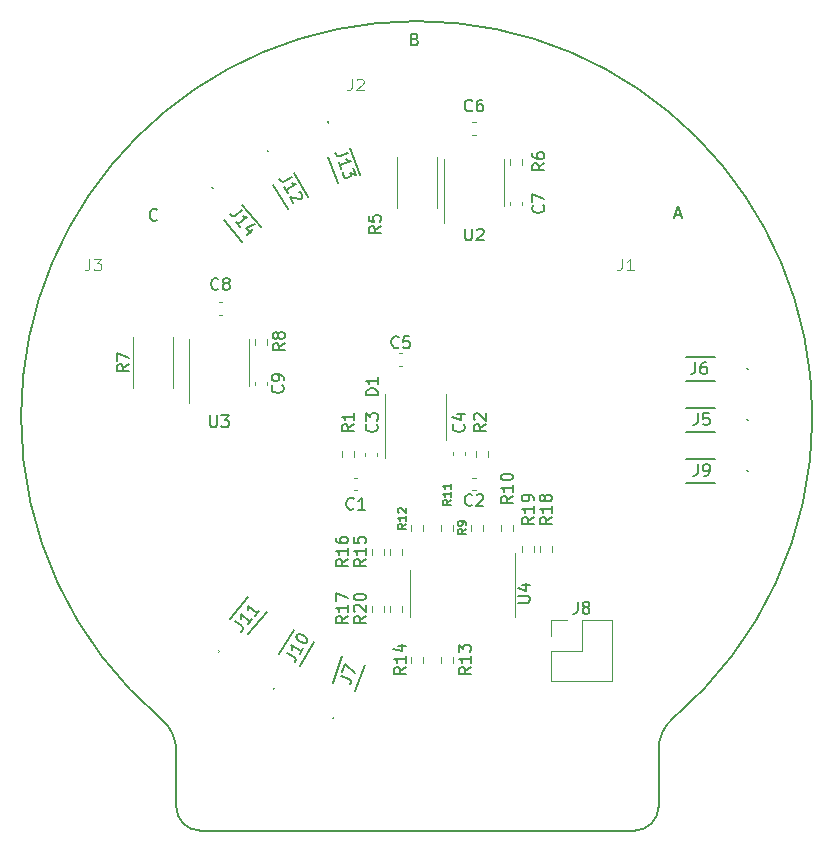
<source format=gbr>
%TF.GenerationSoftware,KiCad,Pcbnew,7.0.1*%
%TF.CreationDate,2023-12-23T17:04:28+03:00*%
%TF.ProjectId,_____ ________,1f3b3042-3020-4343-9042-47383a3e322e,rev?*%
%TF.SameCoordinates,Original*%
%TF.FileFunction,Legend,Top*%
%TF.FilePolarity,Positive*%
%FSLAX46Y46*%
G04 Gerber Fmt 4.6, Leading zero omitted, Abs format (unit mm)*
G04 Created by KiCad (PCBNEW 7.0.1) date 2023-12-23 17:04:28*
%MOMM*%
%LPD*%
G01*
G04 APERTURE LIST*
%ADD10C,0.150000*%
%ADD11C,0.100000*%
%ADD12C,0.120000*%
%ADD13C,0.200000*%
%TA.AperFunction,Profile*%
%ADD14C,0.200000*%
%TD*%
G04 APERTURE END LIST*
D10*
%TO.C,R5*%
X148798619Y-67222666D02*
X148322428Y-67555999D01*
X148798619Y-67794094D02*
X147798619Y-67794094D01*
X147798619Y-67794094D02*
X147798619Y-67413142D01*
X147798619Y-67413142D02*
X147846238Y-67317904D01*
X147846238Y-67317904D02*
X147893857Y-67270285D01*
X147893857Y-67270285D02*
X147989095Y-67222666D01*
X147989095Y-67222666D02*
X148131952Y-67222666D01*
X148131952Y-67222666D02*
X148227190Y-67270285D01*
X148227190Y-67270285D02*
X148274809Y-67317904D01*
X148274809Y-67317904D02*
X148322428Y-67413142D01*
X148322428Y-67413142D02*
X148322428Y-67794094D01*
X147798619Y-66317904D02*
X147798619Y-66794094D01*
X147798619Y-66794094D02*
X148274809Y-66841713D01*
X148274809Y-66841713D02*
X148227190Y-66794094D01*
X148227190Y-66794094D02*
X148179571Y-66698856D01*
X148179571Y-66698856D02*
X148179571Y-66460761D01*
X148179571Y-66460761D02*
X148227190Y-66365523D01*
X148227190Y-66365523D02*
X148274809Y-66317904D01*
X148274809Y-66317904D02*
X148370047Y-66270285D01*
X148370047Y-66270285D02*
X148608142Y-66270285D01*
X148608142Y-66270285D02*
X148703380Y-66317904D01*
X148703380Y-66317904D02*
X148751000Y-66365523D01*
X148751000Y-66365523D02*
X148798619Y-66460761D01*
X148798619Y-66460761D02*
X148798619Y-66698856D01*
X148798619Y-66698856D02*
X148751000Y-66794094D01*
X148751000Y-66794094D02*
X148703380Y-66841713D01*
%TO.C,R17*%
X146004619Y-100210857D02*
X145528428Y-100544190D01*
X146004619Y-100782285D02*
X145004619Y-100782285D01*
X145004619Y-100782285D02*
X145004619Y-100401333D01*
X145004619Y-100401333D02*
X145052238Y-100306095D01*
X145052238Y-100306095D02*
X145099857Y-100258476D01*
X145099857Y-100258476D02*
X145195095Y-100210857D01*
X145195095Y-100210857D02*
X145337952Y-100210857D01*
X145337952Y-100210857D02*
X145433190Y-100258476D01*
X145433190Y-100258476D02*
X145480809Y-100306095D01*
X145480809Y-100306095D02*
X145528428Y-100401333D01*
X145528428Y-100401333D02*
X145528428Y-100782285D01*
X146004619Y-99258476D02*
X146004619Y-99829904D01*
X146004619Y-99544190D02*
X145004619Y-99544190D01*
X145004619Y-99544190D02*
X145147476Y-99639428D01*
X145147476Y-99639428D02*
X145242714Y-99734666D01*
X145242714Y-99734666D02*
X145290333Y-99829904D01*
X145004619Y-98925142D02*
X145004619Y-98258476D01*
X145004619Y-98258476D02*
X146004619Y-98687047D01*
%TO.C,J13*%
X146024099Y-61031501D02*
X145352890Y-61275801D01*
X145352890Y-61275801D02*
X145202362Y-61279914D01*
X145202362Y-61279914D02*
X145080294Y-61222993D01*
X145080294Y-61222993D02*
X144986686Y-61105038D01*
X144986686Y-61105038D02*
X144954113Y-61015543D01*
X145426427Y-62313214D02*
X145230987Y-61776247D01*
X145328707Y-62044731D02*
X146268399Y-61702710D01*
X146268399Y-61702710D02*
X146101584Y-61662076D01*
X146101584Y-61662076D02*
X145979516Y-61605155D01*
X145979516Y-61605155D02*
X145902196Y-61531947D01*
X146480126Y-62284425D02*
X146691853Y-62866139D01*
X146691853Y-62866139D02*
X146219868Y-62683202D01*
X146219868Y-62683202D02*
X146268728Y-62817444D01*
X146268728Y-62817444D02*
X146256554Y-62923225D01*
X146256554Y-62923225D02*
X146228093Y-62984259D01*
X146228093Y-62984259D02*
X146154886Y-63061579D01*
X146154886Y-63061579D02*
X145931149Y-63143013D01*
X145931149Y-63143013D02*
X145825368Y-63130839D01*
X145825368Y-63130839D02*
X145764334Y-63102378D01*
X145764334Y-63102378D02*
X145687013Y-63029170D01*
X145687013Y-63029170D02*
X145589293Y-62760687D01*
X145589293Y-62760687D02*
X145601467Y-62654906D01*
X145601467Y-62654906D02*
X145629928Y-62593872D01*
%TO.C,C4*%
X155815380Y-83986666D02*
X155863000Y-84034285D01*
X155863000Y-84034285D02*
X155910619Y-84177142D01*
X155910619Y-84177142D02*
X155910619Y-84272380D01*
X155910619Y-84272380D02*
X155863000Y-84415237D01*
X155863000Y-84415237D02*
X155767761Y-84510475D01*
X155767761Y-84510475D02*
X155672523Y-84558094D01*
X155672523Y-84558094D02*
X155482047Y-84605713D01*
X155482047Y-84605713D02*
X155339190Y-84605713D01*
X155339190Y-84605713D02*
X155148714Y-84558094D01*
X155148714Y-84558094D02*
X155053476Y-84510475D01*
X155053476Y-84510475D02*
X154958238Y-84415237D01*
X154958238Y-84415237D02*
X154910619Y-84272380D01*
X154910619Y-84272380D02*
X154910619Y-84177142D01*
X154910619Y-84177142D02*
X154958238Y-84034285D01*
X154958238Y-84034285D02*
X155005857Y-83986666D01*
X155243952Y-83129523D02*
X155910619Y-83129523D01*
X154863000Y-83367618D02*
X155577285Y-83605713D01*
X155577285Y-83605713D02*
X155577285Y-82986666D01*
%TO.C,C8*%
X135061833Y-72505380D02*
X135014214Y-72553000D01*
X135014214Y-72553000D02*
X134871357Y-72600619D01*
X134871357Y-72600619D02*
X134776119Y-72600619D01*
X134776119Y-72600619D02*
X134633262Y-72553000D01*
X134633262Y-72553000D02*
X134538024Y-72457761D01*
X134538024Y-72457761D02*
X134490405Y-72362523D01*
X134490405Y-72362523D02*
X134442786Y-72172047D01*
X134442786Y-72172047D02*
X134442786Y-72029190D01*
X134442786Y-72029190D02*
X134490405Y-71838714D01*
X134490405Y-71838714D02*
X134538024Y-71743476D01*
X134538024Y-71743476D02*
X134633262Y-71648238D01*
X134633262Y-71648238D02*
X134776119Y-71600619D01*
X134776119Y-71600619D02*
X134871357Y-71600619D01*
X134871357Y-71600619D02*
X135014214Y-71648238D01*
X135014214Y-71648238D02*
X135061833Y-71695857D01*
X135633262Y-72029190D02*
X135538024Y-71981571D01*
X135538024Y-71981571D02*
X135490405Y-71933952D01*
X135490405Y-71933952D02*
X135442786Y-71838714D01*
X135442786Y-71838714D02*
X135442786Y-71791095D01*
X135442786Y-71791095D02*
X135490405Y-71695857D01*
X135490405Y-71695857D02*
X135538024Y-71648238D01*
X135538024Y-71648238D02*
X135633262Y-71600619D01*
X135633262Y-71600619D02*
X135823738Y-71600619D01*
X135823738Y-71600619D02*
X135918976Y-71648238D01*
X135918976Y-71648238D02*
X135966595Y-71695857D01*
X135966595Y-71695857D02*
X136014214Y-71791095D01*
X136014214Y-71791095D02*
X136014214Y-71838714D01*
X136014214Y-71838714D02*
X135966595Y-71933952D01*
X135966595Y-71933952D02*
X135918976Y-71981571D01*
X135918976Y-71981571D02*
X135823738Y-72029190D01*
X135823738Y-72029190D02*
X135633262Y-72029190D01*
X135633262Y-72029190D02*
X135538024Y-72076809D01*
X135538024Y-72076809D02*
X135490405Y-72124428D01*
X135490405Y-72124428D02*
X135442786Y-72219666D01*
X135442786Y-72219666D02*
X135442786Y-72410142D01*
X135442786Y-72410142D02*
X135490405Y-72505380D01*
X135490405Y-72505380D02*
X135538024Y-72553000D01*
X135538024Y-72553000D02*
X135633262Y-72600619D01*
X135633262Y-72600619D02*
X135823738Y-72600619D01*
X135823738Y-72600619D02*
X135918976Y-72553000D01*
X135918976Y-72553000D02*
X135966595Y-72505380D01*
X135966595Y-72505380D02*
X136014214Y-72410142D01*
X136014214Y-72410142D02*
X136014214Y-72219666D01*
X136014214Y-72219666D02*
X135966595Y-72124428D01*
X135966595Y-72124428D02*
X135918976Y-72076809D01*
X135918976Y-72076809D02*
X135823738Y-72029190D01*
D11*
%TO.C,J2*%
X146351666Y-54707619D02*
X146351666Y-55421904D01*
X146351666Y-55421904D02*
X146304047Y-55564761D01*
X146304047Y-55564761D02*
X146208809Y-55660000D01*
X146208809Y-55660000D02*
X146065952Y-55707619D01*
X146065952Y-55707619D02*
X145970714Y-55707619D01*
X146780238Y-54802857D02*
X146827857Y-54755238D01*
X146827857Y-54755238D02*
X146923095Y-54707619D01*
X146923095Y-54707619D02*
X147161190Y-54707619D01*
X147161190Y-54707619D02*
X147256428Y-54755238D01*
X147256428Y-54755238D02*
X147304047Y-54802857D01*
X147304047Y-54802857D02*
X147351666Y-54898095D01*
X147351666Y-54898095D02*
X147351666Y-54993333D01*
X147351666Y-54993333D02*
X147304047Y-55136190D01*
X147304047Y-55136190D02*
X146732619Y-55707619D01*
X146732619Y-55707619D02*
X147351666Y-55707619D01*
D10*
X151709428Y-51373809D02*
X151852285Y-51421428D01*
X151852285Y-51421428D02*
X151899904Y-51469047D01*
X151899904Y-51469047D02*
X151947523Y-51564285D01*
X151947523Y-51564285D02*
X151947523Y-51707142D01*
X151947523Y-51707142D02*
X151899904Y-51802380D01*
X151899904Y-51802380D02*
X151852285Y-51850000D01*
X151852285Y-51850000D02*
X151757047Y-51897619D01*
X151757047Y-51897619D02*
X151376095Y-51897619D01*
X151376095Y-51897619D02*
X151376095Y-50897619D01*
X151376095Y-50897619D02*
X151709428Y-50897619D01*
X151709428Y-50897619D02*
X151804666Y-50945238D01*
X151804666Y-50945238D02*
X151852285Y-50992857D01*
X151852285Y-50992857D02*
X151899904Y-51088095D01*
X151899904Y-51088095D02*
X151899904Y-51183333D01*
X151899904Y-51183333D02*
X151852285Y-51278571D01*
X151852285Y-51278571D02*
X151804666Y-51326190D01*
X151804666Y-51326190D02*
X151709428Y-51373809D01*
X151709428Y-51373809D02*
X151376095Y-51373809D01*
%TO.C,C1*%
X146518333Y-91095380D02*
X146470714Y-91143000D01*
X146470714Y-91143000D02*
X146327857Y-91190619D01*
X146327857Y-91190619D02*
X146232619Y-91190619D01*
X146232619Y-91190619D02*
X146089762Y-91143000D01*
X146089762Y-91143000D02*
X145994524Y-91047761D01*
X145994524Y-91047761D02*
X145946905Y-90952523D01*
X145946905Y-90952523D02*
X145899286Y-90762047D01*
X145899286Y-90762047D02*
X145899286Y-90619190D01*
X145899286Y-90619190D02*
X145946905Y-90428714D01*
X145946905Y-90428714D02*
X145994524Y-90333476D01*
X145994524Y-90333476D02*
X146089762Y-90238238D01*
X146089762Y-90238238D02*
X146232619Y-90190619D01*
X146232619Y-90190619D02*
X146327857Y-90190619D01*
X146327857Y-90190619D02*
X146470714Y-90238238D01*
X146470714Y-90238238D02*
X146518333Y-90285857D01*
X147470714Y-91190619D02*
X146899286Y-91190619D01*
X147185000Y-91190619D02*
X147185000Y-90190619D01*
X147185000Y-90190619D02*
X147089762Y-90333476D01*
X147089762Y-90333476D02*
X146994524Y-90428714D01*
X146994524Y-90428714D02*
X146899286Y-90476333D01*
%TO.C,R12*%
X150945833Y-92398000D02*
X150612500Y-92631333D01*
X150945833Y-92798000D02*
X150245833Y-92798000D01*
X150245833Y-92798000D02*
X150245833Y-92531333D01*
X150245833Y-92531333D02*
X150279166Y-92464667D01*
X150279166Y-92464667D02*
X150312500Y-92431333D01*
X150312500Y-92431333D02*
X150379166Y-92398000D01*
X150379166Y-92398000D02*
X150479166Y-92398000D01*
X150479166Y-92398000D02*
X150545833Y-92431333D01*
X150545833Y-92431333D02*
X150579166Y-92464667D01*
X150579166Y-92464667D02*
X150612500Y-92531333D01*
X150612500Y-92531333D02*
X150612500Y-92798000D01*
X150945833Y-91731333D02*
X150945833Y-92131333D01*
X150945833Y-91931333D02*
X150245833Y-91931333D01*
X150245833Y-91931333D02*
X150345833Y-91998000D01*
X150345833Y-91998000D02*
X150412500Y-92064667D01*
X150412500Y-92064667D02*
X150445833Y-92131333D01*
X150312500Y-91464666D02*
X150279166Y-91431333D01*
X150279166Y-91431333D02*
X150245833Y-91364666D01*
X150245833Y-91364666D02*
X150245833Y-91198000D01*
X150245833Y-91198000D02*
X150279166Y-91131333D01*
X150279166Y-91131333D02*
X150312500Y-91098000D01*
X150312500Y-91098000D02*
X150379166Y-91064666D01*
X150379166Y-91064666D02*
X150445833Y-91064666D01*
X150445833Y-91064666D02*
X150545833Y-91098000D01*
X150545833Y-91098000D02*
X150945833Y-91498000D01*
X150945833Y-91498000D02*
X150945833Y-91064666D01*
%TO.C,R10*%
X159974619Y-90050857D02*
X159498428Y-90384190D01*
X159974619Y-90622285D02*
X158974619Y-90622285D01*
X158974619Y-90622285D02*
X158974619Y-90241333D01*
X158974619Y-90241333D02*
X159022238Y-90146095D01*
X159022238Y-90146095D02*
X159069857Y-90098476D01*
X159069857Y-90098476D02*
X159165095Y-90050857D01*
X159165095Y-90050857D02*
X159307952Y-90050857D01*
X159307952Y-90050857D02*
X159403190Y-90098476D01*
X159403190Y-90098476D02*
X159450809Y-90146095D01*
X159450809Y-90146095D02*
X159498428Y-90241333D01*
X159498428Y-90241333D02*
X159498428Y-90622285D01*
X159974619Y-89098476D02*
X159974619Y-89669904D01*
X159974619Y-89384190D02*
X158974619Y-89384190D01*
X158974619Y-89384190D02*
X159117476Y-89479428D01*
X159117476Y-89479428D02*
X159212714Y-89574666D01*
X159212714Y-89574666D02*
X159260333Y-89669904D01*
X158974619Y-88479428D02*
X158974619Y-88384190D01*
X158974619Y-88384190D02*
X159022238Y-88288952D01*
X159022238Y-88288952D02*
X159069857Y-88241333D01*
X159069857Y-88241333D02*
X159165095Y-88193714D01*
X159165095Y-88193714D02*
X159355571Y-88146095D01*
X159355571Y-88146095D02*
X159593666Y-88146095D01*
X159593666Y-88146095D02*
X159784142Y-88193714D01*
X159784142Y-88193714D02*
X159879380Y-88241333D01*
X159879380Y-88241333D02*
X159927000Y-88288952D01*
X159927000Y-88288952D02*
X159974619Y-88384190D01*
X159974619Y-88384190D02*
X159974619Y-88479428D01*
X159974619Y-88479428D02*
X159927000Y-88574666D01*
X159927000Y-88574666D02*
X159879380Y-88622285D01*
X159879380Y-88622285D02*
X159784142Y-88669904D01*
X159784142Y-88669904D02*
X159593666Y-88717523D01*
X159593666Y-88717523D02*
X159355571Y-88717523D01*
X159355571Y-88717523D02*
X159165095Y-88669904D01*
X159165095Y-88669904D02*
X159069857Y-88622285D01*
X159069857Y-88622285D02*
X159022238Y-88574666D01*
X159022238Y-88574666D02*
X158974619Y-88479428D01*
%TO.C,R8*%
X140670619Y-77128666D02*
X140194428Y-77461999D01*
X140670619Y-77700094D02*
X139670619Y-77700094D01*
X139670619Y-77700094D02*
X139670619Y-77319142D01*
X139670619Y-77319142D02*
X139718238Y-77223904D01*
X139718238Y-77223904D02*
X139765857Y-77176285D01*
X139765857Y-77176285D02*
X139861095Y-77128666D01*
X139861095Y-77128666D02*
X140003952Y-77128666D01*
X140003952Y-77128666D02*
X140099190Y-77176285D01*
X140099190Y-77176285D02*
X140146809Y-77223904D01*
X140146809Y-77223904D02*
X140194428Y-77319142D01*
X140194428Y-77319142D02*
X140194428Y-77700094D01*
X140099190Y-76557237D02*
X140051571Y-76652475D01*
X140051571Y-76652475D02*
X140003952Y-76700094D01*
X140003952Y-76700094D02*
X139908714Y-76747713D01*
X139908714Y-76747713D02*
X139861095Y-76747713D01*
X139861095Y-76747713D02*
X139765857Y-76700094D01*
X139765857Y-76700094D02*
X139718238Y-76652475D01*
X139718238Y-76652475D02*
X139670619Y-76557237D01*
X139670619Y-76557237D02*
X139670619Y-76366761D01*
X139670619Y-76366761D02*
X139718238Y-76271523D01*
X139718238Y-76271523D02*
X139765857Y-76223904D01*
X139765857Y-76223904D02*
X139861095Y-76176285D01*
X139861095Y-76176285D02*
X139908714Y-76176285D01*
X139908714Y-76176285D02*
X140003952Y-76223904D01*
X140003952Y-76223904D02*
X140051571Y-76271523D01*
X140051571Y-76271523D02*
X140099190Y-76366761D01*
X140099190Y-76366761D02*
X140099190Y-76557237D01*
X140099190Y-76557237D02*
X140146809Y-76652475D01*
X140146809Y-76652475D02*
X140194428Y-76700094D01*
X140194428Y-76700094D02*
X140289666Y-76747713D01*
X140289666Y-76747713D02*
X140480142Y-76747713D01*
X140480142Y-76747713D02*
X140575380Y-76700094D01*
X140575380Y-76700094D02*
X140623000Y-76652475D01*
X140623000Y-76652475D02*
X140670619Y-76557237D01*
X140670619Y-76557237D02*
X140670619Y-76366761D01*
X140670619Y-76366761D02*
X140623000Y-76271523D01*
X140623000Y-76271523D02*
X140575380Y-76223904D01*
X140575380Y-76223904D02*
X140480142Y-76176285D01*
X140480142Y-76176285D02*
X140289666Y-76176285D01*
X140289666Y-76176285D02*
X140194428Y-76223904D01*
X140194428Y-76223904D02*
X140146809Y-76271523D01*
X140146809Y-76271523D02*
X140099190Y-76366761D01*
D11*
%TO.C,J3*%
X124126666Y-69947619D02*
X124126666Y-70661904D01*
X124126666Y-70661904D02*
X124079047Y-70804761D01*
X124079047Y-70804761D02*
X123983809Y-70900000D01*
X123983809Y-70900000D02*
X123840952Y-70947619D01*
X123840952Y-70947619D02*
X123745714Y-70947619D01*
X124507619Y-69947619D02*
X125126666Y-69947619D01*
X125126666Y-69947619D02*
X124793333Y-70328571D01*
X124793333Y-70328571D02*
X124936190Y-70328571D01*
X124936190Y-70328571D02*
X125031428Y-70376190D01*
X125031428Y-70376190D02*
X125079047Y-70423809D01*
X125079047Y-70423809D02*
X125126666Y-70519047D01*
X125126666Y-70519047D02*
X125126666Y-70757142D01*
X125126666Y-70757142D02*
X125079047Y-70852380D01*
X125079047Y-70852380D02*
X125031428Y-70900000D01*
X125031428Y-70900000D02*
X124936190Y-70947619D01*
X124936190Y-70947619D02*
X124650476Y-70947619D01*
X124650476Y-70947619D02*
X124555238Y-70900000D01*
X124555238Y-70900000D02*
X124507619Y-70852380D01*
D10*
X129849523Y-66637380D02*
X129801904Y-66685000D01*
X129801904Y-66685000D02*
X129659047Y-66732619D01*
X129659047Y-66732619D02*
X129563809Y-66732619D01*
X129563809Y-66732619D02*
X129420952Y-66685000D01*
X129420952Y-66685000D02*
X129325714Y-66589761D01*
X129325714Y-66589761D02*
X129278095Y-66494523D01*
X129278095Y-66494523D02*
X129230476Y-66304047D01*
X129230476Y-66304047D02*
X129230476Y-66161190D01*
X129230476Y-66161190D02*
X129278095Y-65970714D01*
X129278095Y-65970714D02*
X129325714Y-65875476D01*
X129325714Y-65875476D02*
X129420952Y-65780238D01*
X129420952Y-65780238D02*
X129563809Y-65732619D01*
X129563809Y-65732619D02*
X129659047Y-65732619D01*
X129659047Y-65732619D02*
X129801904Y-65780238D01*
X129801904Y-65780238D02*
X129849523Y-65827857D01*
%TO.C,U2*%
X155956095Y-67407619D02*
X155956095Y-68217142D01*
X155956095Y-68217142D02*
X156003714Y-68312380D01*
X156003714Y-68312380D02*
X156051333Y-68360000D01*
X156051333Y-68360000D02*
X156146571Y-68407619D01*
X156146571Y-68407619D02*
X156337047Y-68407619D01*
X156337047Y-68407619D02*
X156432285Y-68360000D01*
X156432285Y-68360000D02*
X156479904Y-68312380D01*
X156479904Y-68312380D02*
X156527523Y-68217142D01*
X156527523Y-68217142D02*
X156527523Y-67407619D01*
X156956095Y-67502857D02*
X157003714Y-67455238D01*
X157003714Y-67455238D02*
X157098952Y-67407619D01*
X157098952Y-67407619D02*
X157337047Y-67407619D01*
X157337047Y-67407619D02*
X157432285Y-67455238D01*
X157432285Y-67455238D02*
X157479904Y-67502857D01*
X157479904Y-67502857D02*
X157527523Y-67598095D01*
X157527523Y-67598095D02*
X157527523Y-67693333D01*
X157527523Y-67693333D02*
X157479904Y-67836190D01*
X157479904Y-67836190D02*
X156908476Y-68407619D01*
X156908476Y-68407619D02*
X157527523Y-68407619D01*
%TO.C,R16*%
X146004619Y-95384857D02*
X145528428Y-95718190D01*
X146004619Y-95956285D02*
X145004619Y-95956285D01*
X145004619Y-95956285D02*
X145004619Y-95575333D01*
X145004619Y-95575333D02*
X145052238Y-95480095D01*
X145052238Y-95480095D02*
X145099857Y-95432476D01*
X145099857Y-95432476D02*
X145195095Y-95384857D01*
X145195095Y-95384857D02*
X145337952Y-95384857D01*
X145337952Y-95384857D02*
X145433190Y-95432476D01*
X145433190Y-95432476D02*
X145480809Y-95480095D01*
X145480809Y-95480095D02*
X145528428Y-95575333D01*
X145528428Y-95575333D02*
X145528428Y-95956285D01*
X146004619Y-94432476D02*
X146004619Y-95003904D01*
X146004619Y-94718190D02*
X145004619Y-94718190D01*
X145004619Y-94718190D02*
X145147476Y-94813428D01*
X145147476Y-94813428D02*
X145242714Y-94908666D01*
X145242714Y-94908666D02*
X145290333Y-95003904D01*
X145004619Y-93575333D02*
X145004619Y-93765809D01*
X145004619Y-93765809D02*
X145052238Y-93861047D01*
X145052238Y-93861047D02*
X145099857Y-93908666D01*
X145099857Y-93908666D02*
X145242714Y-94003904D01*
X145242714Y-94003904D02*
X145433190Y-94051523D01*
X145433190Y-94051523D02*
X145814142Y-94051523D01*
X145814142Y-94051523D02*
X145909380Y-94003904D01*
X145909380Y-94003904D02*
X145957000Y-93956285D01*
X145957000Y-93956285D02*
X146004619Y-93861047D01*
X146004619Y-93861047D02*
X146004619Y-93670571D01*
X146004619Y-93670571D02*
X145957000Y-93575333D01*
X145957000Y-93575333D02*
X145909380Y-93527714D01*
X145909380Y-93527714D02*
X145814142Y-93480095D01*
X145814142Y-93480095D02*
X145576047Y-93480095D01*
X145576047Y-93480095D02*
X145480809Y-93527714D01*
X145480809Y-93527714D02*
X145433190Y-93575333D01*
X145433190Y-93575333D02*
X145385571Y-93670571D01*
X145385571Y-93670571D02*
X145385571Y-93861047D01*
X145385571Y-93861047D02*
X145433190Y-93956285D01*
X145433190Y-93956285D02*
X145480809Y-94003904D01*
X145480809Y-94003904D02*
X145576047Y-94051523D01*
%TO.C,R20*%
X147528619Y-100210857D02*
X147052428Y-100544190D01*
X147528619Y-100782285D02*
X146528619Y-100782285D01*
X146528619Y-100782285D02*
X146528619Y-100401333D01*
X146528619Y-100401333D02*
X146576238Y-100306095D01*
X146576238Y-100306095D02*
X146623857Y-100258476D01*
X146623857Y-100258476D02*
X146719095Y-100210857D01*
X146719095Y-100210857D02*
X146861952Y-100210857D01*
X146861952Y-100210857D02*
X146957190Y-100258476D01*
X146957190Y-100258476D02*
X147004809Y-100306095D01*
X147004809Y-100306095D02*
X147052428Y-100401333D01*
X147052428Y-100401333D02*
X147052428Y-100782285D01*
X146623857Y-99829904D02*
X146576238Y-99782285D01*
X146576238Y-99782285D02*
X146528619Y-99687047D01*
X146528619Y-99687047D02*
X146528619Y-99448952D01*
X146528619Y-99448952D02*
X146576238Y-99353714D01*
X146576238Y-99353714D02*
X146623857Y-99306095D01*
X146623857Y-99306095D02*
X146719095Y-99258476D01*
X146719095Y-99258476D02*
X146814333Y-99258476D01*
X146814333Y-99258476D02*
X146957190Y-99306095D01*
X146957190Y-99306095D02*
X147528619Y-99877523D01*
X147528619Y-99877523D02*
X147528619Y-99258476D01*
X146528619Y-98639428D02*
X146528619Y-98544190D01*
X146528619Y-98544190D02*
X146576238Y-98448952D01*
X146576238Y-98448952D02*
X146623857Y-98401333D01*
X146623857Y-98401333D02*
X146719095Y-98353714D01*
X146719095Y-98353714D02*
X146909571Y-98306095D01*
X146909571Y-98306095D02*
X147147666Y-98306095D01*
X147147666Y-98306095D02*
X147338142Y-98353714D01*
X147338142Y-98353714D02*
X147433380Y-98401333D01*
X147433380Y-98401333D02*
X147481000Y-98448952D01*
X147481000Y-98448952D02*
X147528619Y-98544190D01*
X147528619Y-98544190D02*
X147528619Y-98639428D01*
X147528619Y-98639428D02*
X147481000Y-98734666D01*
X147481000Y-98734666D02*
X147433380Y-98782285D01*
X147433380Y-98782285D02*
X147338142Y-98829904D01*
X147338142Y-98829904D02*
X147147666Y-98877523D01*
X147147666Y-98877523D02*
X146909571Y-98877523D01*
X146909571Y-98877523D02*
X146719095Y-98829904D01*
X146719095Y-98829904D02*
X146623857Y-98782285D01*
X146623857Y-98782285D02*
X146576238Y-98734666D01*
X146576238Y-98734666D02*
X146528619Y-98639428D01*
%TO.C,R11*%
X154755833Y-90366000D02*
X154422500Y-90599333D01*
X154755833Y-90766000D02*
X154055833Y-90766000D01*
X154055833Y-90766000D02*
X154055833Y-90499333D01*
X154055833Y-90499333D02*
X154089166Y-90432667D01*
X154089166Y-90432667D02*
X154122500Y-90399333D01*
X154122500Y-90399333D02*
X154189166Y-90366000D01*
X154189166Y-90366000D02*
X154289166Y-90366000D01*
X154289166Y-90366000D02*
X154355833Y-90399333D01*
X154355833Y-90399333D02*
X154389166Y-90432667D01*
X154389166Y-90432667D02*
X154422500Y-90499333D01*
X154422500Y-90499333D02*
X154422500Y-90766000D01*
X154755833Y-89699333D02*
X154755833Y-90099333D01*
X154755833Y-89899333D02*
X154055833Y-89899333D01*
X154055833Y-89899333D02*
X154155833Y-89966000D01*
X154155833Y-89966000D02*
X154222500Y-90032667D01*
X154222500Y-90032667D02*
X154255833Y-90099333D01*
X154755833Y-89032666D02*
X154755833Y-89432666D01*
X154755833Y-89232666D02*
X154055833Y-89232666D01*
X154055833Y-89232666D02*
X154155833Y-89299333D01*
X154155833Y-89299333D02*
X154222500Y-89366000D01*
X154222500Y-89366000D02*
X154255833Y-89432666D01*
%TO.C,C7*%
X162546380Y-65444666D02*
X162594000Y-65492285D01*
X162594000Y-65492285D02*
X162641619Y-65635142D01*
X162641619Y-65635142D02*
X162641619Y-65730380D01*
X162641619Y-65730380D02*
X162594000Y-65873237D01*
X162594000Y-65873237D02*
X162498761Y-65968475D01*
X162498761Y-65968475D02*
X162403523Y-66016094D01*
X162403523Y-66016094D02*
X162213047Y-66063713D01*
X162213047Y-66063713D02*
X162070190Y-66063713D01*
X162070190Y-66063713D02*
X161879714Y-66016094D01*
X161879714Y-66016094D02*
X161784476Y-65968475D01*
X161784476Y-65968475D02*
X161689238Y-65873237D01*
X161689238Y-65873237D02*
X161641619Y-65730380D01*
X161641619Y-65730380D02*
X161641619Y-65635142D01*
X161641619Y-65635142D02*
X161689238Y-65492285D01*
X161689238Y-65492285D02*
X161736857Y-65444666D01*
X161641619Y-65111332D02*
X161641619Y-64444666D01*
X161641619Y-64444666D02*
X162641619Y-64873237D01*
%TO.C,R18*%
X163276619Y-91828857D02*
X162800428Y-92162190D01*
X163276619Y-92400285D02*
X162276619Y-92400285D01*
X162276619Y-92400285D02*
X162276619Y-92019333D01*
X162276619Y-92019333D02*
X162324238Y-91924095D01*
X162324238Y-91924095D02*
X162371857Y-91876476D01*
X162371857Y-91876476D02*
X162467095Y-91828857D01*
X162467095Y-91828857D02*
X162609952Y-91828857D01*
X162609952Y-91828857D02*
X162705190Y-91876476D01*
X162705190Y-91876476D02*
X162752809Y-91924095D01*
X162752809Y-91924095D02*
X162800428Y-92019333D01*
X162800428Y-92019333D02*
X162800428Y-92400285D01*
X163276619Y-90876476D02*
X163276619Y-91447904D01*
X163276619Y-91162190D02*
X162276619Y-91162190D01*
X162276619Y-91162190D02*
X162419476Y-91257428D01*
X162419476Y-91257428D02*
X162514714Y-91352666D01*
X162514714Y-91352666D02*
X162562333Y-91447904D01*
X162705190Y-90305047D02*
X162657571Y-90400285D01*
X162657571Y-90400285D02*
X162609952Y-90447904D01*
X162609952Y-90447904D02*
X162514714Y-90495523D01*
X162514714Y-90495523D02*
X162467095Y-90495523D01*
X162467095Y-90495523D02*
X162371857Y-90447904D01*
X162371857Y-90447904D02*
X162324238Y-90400285D01*
X162324238Y-90400285D02*
X162276619Y-90305047D01*
X162276619Y-90305047D02*
X162276619Y-90114571D01*
X162276619Y-90114571D02*
X162324238Y-90019333D01*
X162324238Y-90019333D02*
X162371857Y-89971714D01*
X162371857Y-89971714D02*
X162467095Y-89924095D01*
X162467095Y-89924095D02*
X162514714Y-89924095D01*
X162514714Y-89924095D02*
X162609952Y-89971714D01*
X162609952Y-89971714D02*
X162657571Y-90019333D01*
X162657571Y-90019333D02*
X162705190Y-90114571D01*
X162705190Y-90114571D02*
X162705190Y-90305047D01*
X162705190Y-90305047D02*
X162752809Y-90400285D01*
X162752809Y-90400285D02*
X162800428Y-90447904D01*
X162800428Y-90447904D02*
X162895666Y-90495523D01*
X162895666Y-90495523D02*
X163086142Y-90495523D01*
X163086142Y-90495523D02*
X163181380Y-90447904D01*
X163181380Y-90447904D02*
X163229000Y-90400285D01*
X163229000Y-90400285D02*
X163276619Y-90305047D01*
X163276619Y-90305047D02*
X163276619Y-90114571D01*
X163276619Y-90114571D02*
X163229000Y-90019333D01*
X163229000Y-90019333D02*
X163181380Y-89971714D01*
X163181380Y-89971714D02*
X163086142Y-89924095D01*
X163086142Y-89924095D02*
X162895666Y-89924095D01*
X162895666Y-89924095D02*
X162800428Y-89971714D01*
X162800428Y-89971714D02*
X162752809Y-90019333D01*
X162752809Y-90019333D02*
X162705190Y-90114571D01*
%TO.C,C3*%
X148449380Y-83986666D02*
X148497000Y-84034285D01*
X148497000Y-84034285D02*
X148544619Y-84177142D01*
X148544619Y-84177142D02*
X148544619Y-84272380D01*
X148544619Y-84272380D02*
X148497000Y-84415237D01*
X148497000Y-84415237D02*
X148401761Y-84510475D01*
X148401761Y-84510475D02*
X148306523Y-84558094D01*
X148306523Y-84558094D02*
X148116047Y-84605713D01*
X148116047Y-84605713D02*
X147973190Y-84605713D01*
X147973190Y-84605713D02*
X147782714Y-84558094D01*
X147782714Y-84558094D02*
X147687476Y-84510475D01*
X147687476Y-84510475D02*
X147592238Y-84415237D01*
X147592238Y-84415237D02*
X147544619Y-84272380D01*
X147544619Y-84272380D02*
X147544619Y-84177142D01*
X147544619Y-84177142D02*
X147592238Y-84034285D01*
X147592238Y-84034285D02*
X147639857Y-83986666D01*
X147544619Y-83653332D02*
X147544619Y-83034285D01*
X147544619Y-83034285D02*
X147925571Y-83367618D01*
X147925571Y-83367618D02*
X147925571Y-83224761D01*
X147925571Y-83224761D02*
X147973190Y-83129523D01*
X147973190Y-83129523D02*
X148020809Y-83081904D01*
X148020809Y-83081904D02*
X148116047Y-83034285D01*
X148116047Y-83034285D02*
X148354142Y-83034285D01*
X148354142Y-83034285D02*
X148449380Y-83081904D01*
X148449380Y-83081904D02*
X148497000Y-83129523D01*
X148497000Y-83129523D02*
X148544619Y-83224761D01*
X148544619Y-83224761D02*
X148544619Y-83510475D01*
X148544619Y-83510475D02*
X148497000Y-83605713D01*
X148497000Y-83605713D02*
X148449380Y-83653332D01*
%TO.C,J7*%
X145431020Y-105285434D02*
X146102229Y-105529734D01*
X146102229Y-105529734D02*
X146220184Y-105623342D01*
X146220184Y-105623342D02*
X146277105Y-105745410D01*
X146277105Y-105745410D02*
X146272992Y-105895938D01*
X146272992Y-105895938D02*
X146240419Y-105985433D01*
X145561313Y-104927456D02*
X145789327Y-104300994D01*
X145789327Y-104300994D02*
X146582439Y-105045740D01*
%TO.C,J12*%
X141284623Y-63038241D02*
X140666034Y-63395384D01*
X140666034Y-63395384D02*
X140518506Y-63425573D01*
X140518506Y-63425573D02*
X140388409Y-63390714D01*
X140388409Y-63390714D02*
X140275741Y-63290805D01*
X140275741Y-63290805D02*
X140228122Y-63208327D01*
X140918598Y-64404267D02*
X140632884Y-63909395D01*
X140775741Y-64156831D02*
X141641766Y-63656831D01*
X141641766Y-63656831D02*
X141470429Y-63645781D01*
X141470429Y-63645781D02*
X141340332Y-63610921D01*
X141340332Y-63610921D02*
X141251473Y-63552252D01*
X141892621Y-64281800D02*
X141957670Y-64299230D01*
X141957670Y-64299230D02*
X142046528Y-64357899D01*
X142046528Y-64357899D02*
X142165576Y-64564096D01*
X142165576Y-64564096D02*
X142171956Y-64670384D01*
X142171956Y-64670384D02*
X142154526Y-64735433D01*
X142154526Y-64735433D02*
X142095857Y-64824291D01*
X142095857Y-64824291D02*
X142013378Y-64871910D01*
X142013378Y-64871910D02*
X141865851Y-64902099D01*
X141865851Y-64902099D02*
X141085265Y-64692942D01*
X141085265Y-64692942D02*
X141394789Y-65229053D01*
%TO.C,R19*%
X161752619Y-91828857D02*
X161276428Y-92162190D01*
X161752619Y-92400285D02*
X160752619Y-92400285D01*
X160752619Y-92400285D02*
X160752619Y-92019333D01*
X160752619Y-92019333D02*
X160800238Y-91924095D01*
X160800238Y-91924095D02*
X160847857Y-91876476D01*
X160847857Y-91876476D02*
X160943095Y-91828857D01*
X160943095Y-91828857D02*
X161085952Y-91828857D01*
X161085952Y-91828857D02*
X161181190Y-91876476D01*
X161181190Y-91876476D02*
X161228809Y-91924095D01*
X161228809Y-91924095D02*
X161276428Y-92019333D01*
X161276428Y-92019333D02*
X161276428Y-92400285D01*
X161752619Y-90876476D02*
X161752619Y-91447904D01*
X161752619Y-91162190D02*
X160752619Y-91162190D01*
X160752619Y-91162190D02*
X160895476Y-91257428D01*
X160895476Y-91257428D02*
X160990714Y-91352666D01*
X160990714Y-91352666D02*
X161038333Y-91447904D01*
X161752619Y-90400285D02*
X161752619Y-90209809D01*
X161752619Y-90209809D02*
X161705000Y-90114571D01*
X161705000Y-90114571D02*
X161657380Y-90066952D01*
X161657380Y-90066952D02*
X161514523Y-89971714D01*
X161514523Y-89971714D02*
X161324047Y-89924095D01*
X161324047Y-89924095D02*
X160943095Y-89924095D01*
X160943095Y-89924095D02*
X160847857Y-89971714D01*
X160847857Y-89971714D02*
X160800238Y-90019333D01*
X160800238Y-90019333D02*
X160752619Y-90114571D01*
X160752619Y-90114571D02*
X160752619Y-90305047D01*
X160752619Y-90305047D02*
X160800238Y-90400285D01*
X160800238Y-90400285D02*
X160847857Y-90447904D01*
X160847857Y-90447904D02*
X160943095Y-90495523D01*
X160943095Y-90495523D02*
X161181190Y-90495523D01*
X161181190Y-90495523D02*
X161276428Y-90447904D01*
X161276428Y-90447904D02*
X161324047Y-90400285D01*
X161324047Y-90400285D02*
X161371666Y-90305047D01*
X161371666Y-90305047D02*
X161371666Y-90114571D01*
X161371666Y-90114571D02*
X161324047Y-90019333D01*
X161324047Y-90019333D02*
X161276428Y-89971714D01*
X161276428Y-89971714D02*
X161181190Y-89924095D01*
%TO.C,U3*%
X134366095Y-83217619D02*
X134366095Y-84027142D01*
X134366095Y-84027142D02*
X134413714Y-84122380D01*
X134413714Y-84122380D02*
X134461333Y-84170000D01*
X134461333Y-84170000D02*
X134556571Y-84217619D01*
X134556571Y-84217619D02*
X134747047Y-84217619D01*
X134747047Y-84217619D02*
X134842285Y-84170000D01*
X134842285Y-84170000D02*
X134889904Y-84122380D01*
X134889904Y-84122380D02*
X134937523Y-84027142D01*
X134937523Y-84027142D02*
X134937523Y-83217619D01*
X135318476Y-83217619D02*
X135937523Y-83217619D01*
X135937523Y-83217619D02*
X135604190Y-83598571D01*
X135604190Y-83598571D02*
X135747047Y-83598571D01*
X135747047Y-83598571D02*
X135842285Y-83646190D01*
X135842285Y-83646190D02*
X135889904Y-83693809D01*
X135889904Y-83693809D02*
X135937523Y-83789047D01*
X135937523Y-83789047D02*
X135937523Y-84027142D01*
X135937523Y-84027142D02*
X135889904Y-84122380D01*
X135889904Y-84122380D02*
X135842285Y-84170000D01*
X135842285Y-84170000D02*
X135747047Y-84217619D01*
X135747047Y-84217619D02*
X135461333Y-84217619D01*
X135461333Y-84217619D02*
X135366095Y-84170000D01*
X135366095Y-84170000D02*
X135318476Y-84122380D01*
%TO.C,J6*%
X175434666Y-78710619D02*
X175434666Y-79424904D01*
X175434666Y-79424904D02*
X175387047Y-79567761D01*
X175387047Y-79567761D02*
X175291809Y-79663000D01*
X175291809Y-79663000D02*
X175148952Y-79710619D01*
X175148952Y-79710619D02*
X175053714Y-79710619D01*
X176339428Y-78710619D02*
X176148952Y-78710619D01*
X176148952Y-78710619D02*
X176053714Y-78758238D01*
X176053714Y-78758238D02*
X176006095Y-78805857D01*
X176006095Y-78805857D02*
X175910857Y-78948714D01*
X175910857Y-78948714D02*
X175863238Y-79139190D01*
X175863238Y-79139190D02*
X175863238Y-79520142D01*
X175863238Y-79520142D02*
X175910857Y-79615380D01*
X175910857Y-79615380D02*
X175958476Y-79663000D01*
X175958476Y-79663000D02*
X176053714Y-79710619D01*
X176053714Y-79710619D02*
X176244190Y-79710619D01*
X176244190Y-79710619D02*
X176339428Y-79663000D01*
X176339428Y-79663000D02*
X176387047Y-79615380D01*
X176387047Y-79615380D02*
X176434666Y-79520142D01*
X176434666Y-79520142D02*
X176434666Y-79282047D01*
X176434666Y-79282047D02*
X176387047Y-79186809D01*
X176387047Y-79186809D02*
X176339428Y-79139190D01*
X176339428Y-79139190D02*
X176244190Y-79091571D01*
X176244190Y-79091571D02*
X176053714Y-79091571D01*
X176053714Y-79091571D02*
X175958476Y-79139190D01*
X175958476Y-79139190D02*
X175910857Y-79186809D01*
X175910857Y-79186809D02*
X175863238Y-79282047D01*
%TO.C,R2*%
X157688619Y-83986666D02*
X157212428Y-84319999D01*
X157688619Y-84558094D02*
X156688619Y-84558094D01*
X156688619Y-84558094D02*
X156688619Y-84177142D01*
X156688619Y-84177142D02*
X156736238Y-84081904D01*
X156736238Y-84081904D02*
X156783857Y-84034285D01*
X156783857Y-84034285D02*
X156879095Y-83986666D01*
X156879095Y-83986666D02*
X157021952Y-83986666D01*
X157021952Y-83986666D02*
X157117190Y-84034285D01*
X157117190Y-84034285D02*
X157164809Y-84081904D01*
X157164809Y-84081904D02*
X157212428Y-84177142D01*
X157212428Y-84177142D02*
X157212428Y-84558094D01*
X156783857Y-83605713D02*
X156736238Y-83558094D01*
X156736238Y-83558094D02*
X156688619Y-83462856D01*
X156688619Y-83462856D02*
X156688619Y-83224761D01*
X156688619Y-83224761D02*
X156736238Y-83129523D01*
X156736238Y-83129523D02*
X156783857Y-83081904D01*
X156783857Y-83081904D02*
X156879095Y-83034285D01*
X156879095Y-83034285D02*
X156974333Y-83034285D01*
X156974333Y-83034285D02*
X157117190Y-83081904D01*
X157117190Y-83081904D02*
X157688619Y-83653332D01*
X157688619Y-83653332D02*
X157688619Y-83034285D01*
D11*
%TO.C,J1*%
X169211666Y-69947619D02*
X169211666Y-70661904D01*
X169211666Y-70661904D02*
X169164047Y-70804761D01*
X169164047Y-70804761D02*
X169068809Y-70900000D01*
X169068809Y-70900000D02*
X168925952Y-70947619D01*
X168925952Y-70947619D02*
X168830714Y-70947619D01*
X170211666Y-70947619D02*
X169640238Y-70947619D01*
X169925952Y-70947619D02*
X169925952Y-69947619D01*
X169925952Y-69947619D02*
X169830714Y-70090476D01*
X169830714Y-70090476D02*
X169735476Y-70185714D01*
X169735476Y-70185714D02*
X169640238Y-70233333D01*
D10*
X173751905Y-66216904D02*
X174228095Y-66216904D01*
X173656667Y-66502619D02*
X173990000Y-65502619D01*
X173990000Y-65502619D02*
X174323333Y-66502619D01*
%TO.C,J10*%
X140861852Y-103302376D02*
X141480442Y-103659519D01*
X141480442Y-103659519D02*
X141580350Y-103772187D01*
X141580350Y-103772187D02*
X141615210Y-103902284D01*
X141615210Y-103902284D02*
X141585020Y-104049812D01*
X141585020Y-104049812D02*
X141537401Y-104132290D01*
X142227878Y-102936350D02*
X141942163Y-103431222D01*
X142085021Y-103183786D02*
X141218995Y-102683786D01*
X141218995Y-102683786D02*
X141295094Y-102837693D01*
X141295094Y-102837693D02*
X141329954Y-102967791D01*
X141329954Y-102967791D02*
X141323574Y-103074079D01*
X141671376Y-101900239D02*
X141718995Y-101817761D01*
X141718995Y-101817761D02*
X141807854Y-101759092D01*
X141807854Y-101759092D02*
X141872902Y-101741662D01*
X141872902Y-101741662D02*
X141979191Y-101748042D01*
X141979191Y-101748042D02*
X142167957Y-101802040D01*
X142167957Y-101802040D02*
X142374154Y-101921088D01*
X142374154Y-101921088D02*
X142515301Y-102057565D01*
X142515301Y-102057565D02*
X142573971Y-102146424D01*
X142573971Y-102146424D02*
X142591400Y-102211473D01*
X142591400Y-102211473D02*
X142585021Y-102317761D01*
X142585021Y-102317761D02*
X142537402Y-102400239D01*
X142537402Y-102400239D02*
X142448543Y-102458908D01*
X142448543Y-102458908D02*
X142383494Y-102476338D01*
X142383494Y-102476338D02*
X142277206Y-102469958D01*
X142277206Y-102469958D02*
X142088440Y-102415960D01*
X142088440Y-102415960D02*
X141882243Y-102296912D01*
X141882243Y-102296912D02*
X141741095Y-102160435D01*
X141741095Y-102160435D02*
X141682426Y-102071576D01*
X141682426Y-102071576D02*
X141664996Y-102006527D01*
X141664996Y-102006527D02*
X141671376Y-101900239D01*
%TO.C,J5*%
X175652666Y-83028619D02*
X175652666Y-83742904D01*
X175652666Y-83742904D02*
X175605047Y-83885761D01*
X175605047Y-83885761D02*
X175509809Y-83981000D01*
X175509809Y-83981000D02*
X175366952Y-84028619D01*
X175366952Y-84028619D02*
X175271714Y-84028619D01*
X176605047Y-83028619D02*
X176128857Y-83028619D01*
X176128857Y-83028619D02*
X176081238Y-83504809D01*
X176081238Y-83504809D02*
X176128857Y-83457190D01*
X176128857Y-83457190D02*
X176224095Y-83409571D01*
X176224095Y-83409571D02*
X176462190Y-83409571D01*
X176462190Y-83409571D02*
X176557428Y-83457190D01*
X176557428Y-83457190D02*
X176605047Y-83504809D01*
X176605047Y-83504809D02*
X176652666Y-83600047D01*
X176652666Y-83600047D02*
X176652666Y-83838142D01*
X176652666Y-83838142D02*
X176605047Y-83933380D01*
X176605047Y-83933380D02*
X176557428Y-83981000D01*
X176557428Y-83981000D02*
X176462190Y-84028619D01*
X176462190Y-84028619D02*
X176224095Y-84028619D01*
X176224095Y-84028619D02*
X176128857Y-83981000D01*
X176128857Y-83981000D02*
X176081238Y-83933380D01*
%TO.C,U4*%
X160444619Y-99059904D02*
X161254142Y-99059904D01*
X161254142Y-99059904D02*
X161349380Y-99012285D01*
X161349380Y-99012285D02*
X161397000Y-98964666D01*
X161397000Y-98964666D02*
X161444619Y-98869428D01*
X161444619Y-98869428D02*
X161444619Y-98678952D01*
X161444619Y-98678952D02*
X161397000Y-98583714D01*
X161397000Y-98583714D02*
X161349380Y-98536095D01*
X161349380Y-98536095D02*
X161254142Y-98488476D01*
X161254142Y-98488476D02*
X160444619Y-98488476D01*
X160777952Y-97583714D02*
X161444619Y-97583714D01*
X160397000Y-97821809D02*
X161111285Y-98059904D01*
X161111285Y-98059904D02*
X161111285Y-97440857D01*
%TO.C,R6*%
X162641619Y-61888666D02*
X162165428Y-62221999D01*
X162641619Y-62460094D02*
X161641619Y-62460094D01*
X161641619Y-62460094D02*
X161641619Y-62079142D01*
X161641619Y-62079142D02*
X161689238Y-61983904D01*
X161689238Y-61983904D02*
X161736857Y-61936285D01*
X161736857Y-61936285D02*
X161832095Y-61888666D01*
X161832095Y-61888666D02*
X161974952Y-61888666D01*
X161974952Y-61888666D02*
X162070190Y-61936285D01*
X162070190Y-61936285D02*
X162117809Y-61983904D01*
X162117809Y-61983904D02*
X162165428Y-62079142D01*
X162165428Y-62079142D02*
X162165428Y-62460094D01*
X161641619Y-61031523D02*
X161641619Y-61221999D01*
X161641619Y-61221999D02*
X161689238Y-61317237D01*
X161689238Y-61317237D02*
X161736857Y-61364856D01*
X161736857Y-61364856D02*
X161879714Y-61460094D01*
X161879714Y-61460094D02*
X162070190Y-61507713D01*
X162070190Y-61507713D02*
X162451142Y-61507713D01*
X162451142Y-61507713D02*
X162546380Y-61460094D01*
X162546380Y-61460094D02*
X162594000Y-61412475D01*
X162594000Y-61412475D02*
X162641619Y-61317237D01*
X162641619Y-61317237D02*
X162641619Y-61126761D01*
X162641619Y-61126761D02*
X162594000Y-61031523D01*
X162594000Y-61031523D02*
X162546380Y-60983904D01*
X162546380Y-60983904D02*
X162451142Y-60936285D01*
X162451142Y-60936285D02*
X162213047Y-60936285D01*
X162213047Y-60936285D02*
X162117809Y-60983904D01*
X162117809Y-60983904D02*
X162070190Y-61031523D01*
X162070190Y-61031523D02*
X162022571Y-61126761D01*
X162022571Y-61126761D02*
X162022571Y-61317237D01*
X162022571Y-61317237D02*
X162070190Y-61412475D01*
X162070190Y-61412475D02*
X162117809Y-61460094D01*
X162117809Y-61460094D02*
X162213047Y-61507713D01*
%TO.C,R9*%
X156025833Y-92826666D02*
X155692500Y-93059999D01*
X156025833Y-93226666D02*
X155325833Y-93226666D01*
X155325833Y-93226666D02*
X155325833Y-92959999D01*
X155325833Y-92959999D02*
X155359166Y-92893333D01*
X155359166Y-92893333D02*
X155392500Y-92859999D01*
X155392500Y-92859999D02*
X155459166Y-92826666D01*
X155459166Y-92826666D02*
X155559166Y-92826666D01*
X155559166Y-92826666D02*
X155625833Y-92859999D01*
X155625833Y-92859999D02*
X155659166Y-92893333D01*
X155659166Y-92893333D02*
X155692500Y-92959999D01*
X155692500Y-92959999D02*
X155692500Y-93226666D01*
X156025833Y-92493333D02*
X156025833Y-92359999D01*
X156025833Y-92359999D02*
X155992500Y-92293333D01*
X155992500Y-92293333D02*
X155959166Y-92259999D01*
X155959166Y-92259999D02*
X155859166Y-92193333D01*
X155859166Y-92193333D02*
X155725833Y-92159999D01*
X155725833Y-92159999D02*
X155459166Y-92159999D01*
X155459166Y-92159999D02*
X155392500Y-92193333D01*
X155392500Y-92193333D02*
X155359166Y-92226666D01*
X155359166Y-92226666D02*
X155325833Y-92293333D01*
X155325833Y-92293333D02*
X155325833Y-92426666D01*
X155325833Y-92426666D02*
X155359166Y-92493333D01*
X155359166Y-92493333D02*
X155392500Y-92526666D01*
X155392500Y-92526666D02*
X155459166Y-92559999D01*
X155459166Y-92559999D02*
X155625833Y-92559999D01*
X155625833Y-92559999D02*
X155692500Y-92526666D01*
X155692500Y-92526666D02*
X155725833Y-92493333D01*
X155725833Y-92493333D02*
X155759166Y-92426666D01*
X155759166Y-92426666D02*
X155759166Y-92293333D01*
X155759166Y-92293333D02*
X155725833Y-92226666D01*
X155725833Y-92226666D02*
X155692500Y-92193333D01*
X155692500Y-92193333D02*
X155625833Y-92159999D01*
%TO.C,J11*%
X136481990Y-100604708D02*
X137029165Y-101063842D01*
X137029165Y-101063842D02*
X137107991Y-101192147D01*
X137107991Y-101192147D02*
X137119729Y-101326321D01*
X137119729Y-101326321D02*
X137064381Y-101466365D01*
X137064381Y-101466365D02*
X137003163Y-101539322D01*
X137890822Y-100481451D02*
X137523515Y-100919190D01*
X137707169Y-100700320D02*
X136941124Y-100057533D01*
X136941124Y-100057533D02*
X136989341Y-100222316D01*
X136989341Y-100222316D02*
X137001080Y-100356491D01*
X137001080Y-100356491D02*
X136976341Y-100460056D01*
X138503001Y-99751884D02*
X138135694Y-100189624D01*
X138319347Y-99970754D02*
X137553303Y-99327967D01*
X137553303Y-99327967D02*
X137601520Y-99492750D01*
X137601520Y-99492750D02*
X137613259Y-99626925D01*
X137613259Y-99626925D02*
X137588519Y-99730490D01*
%TO.C,R14*%
X150924619Y-104528857D02*
X150448428Y-104862190D01*
X150924619Y-105100285D02*
X149924619Y-105100285D01*
X149924619Y-105100285D02*
X149924619Y-104719333D01*
X149924619Y-104719333D02*
X149972238Y-104624095D01*
X149972238Y-104624095D02*
X150019857Y-104576476D01*
X150019857Y-104576476D02*
X150115095Y-104528857D01*
X150115095Y-104528857D02*
X150257952Y-104528857D01*
X150257952Y-104528857D02*
X150353190Y-104576476D01*
X150353190Y-104576476D02*
X150400809Y-104624095D01*
X150400809Y-104624095D02*
X150448428Y-104719333D01*
X150448428Y-104719333D02*
X150448428Y-105100285D01*
X150924619Y-103576476D02*
X150924619Y-104147904D01*
X150924619Y-103862190D02*
X149924619Y-103862190D01*
X149924619Y-103862190D02*
X150067476Y-103957428D01*
X150067476Y-103957428D02*
X150162714Y-104052666D01*
X150162714Y-104052666D02*
X150210333Y-104147904D01*
X150257952Y-102719333D02*
X150924619Y-102719333D01*
X149877000Y-102957428D02*
X150591285Y-103195523D01*
X150591285Y-103195523D02*
X150591285Y-102576476D01*
%TO.C,J8*%
X165476666Y-99006619D02*
X165476666Y-99720904D01*
X165476666Y-99720904D02*
X165429047Y-99863761D01*
X165429047Y-99863761D02*
X165333809Y-99959000D01*
X165333809Y-99959000D02*
X165190952Y-100006619D01*
X165190952Y-100006619D02*
X165095714Y-100006619D01*
X166095714Y-99435190D02*
X166000476Y-99387571D01*
X166000476Y-99387571D02*
X165952857Y-99339952D01*
X165952857Y-99339952D02*
X165905238Y-99244714D01*
X165905238Y-99244714D02*
X165905238Y-99197095D01*
X165905238Y-99197095D02*
X165952857Y-99101857D01*
X165952857Y-99101857D02*
X166000476Y-99054238D01*
X166000476Y-99054238D02*
X166095714Y-99006619D01*
X166095714Y-99006619D02*
X166286190Y-99006619D01*
X166286190Y-99006619D02*
X166381428Y-99054238D01*
X166381428Y-99054238D02*
X166429047Y-99101857D01*
X166429047Y-99101857D02*
X166476666Y-99197095D01*
X166476666Y-99197095D02*
X166476666Y-99244714D01*
X166476666Y-99244714D02*
X166429047Y-99339952D01*
X166429047Y-99339952D02*
X166381428Y-99387571D01*
X166381428Y-99387571D02*
X166286190Y-99435190D01*
X166286190Y-99435190D02*
X166095714Y-99435190D01*
X166095714Y-99435190D02*
X166000476Y-99482809D01*
X166000476Y-99482809D02*
X165952857Y-99530428D01*
X165952857Y-99530428D02*
X165905238Y-99625666D01*
X165905238Y-99625666D02*
X165905238Y-99816142D01*
X165905238Y-99816142D02*
X165952857Y-99911380D01*
X165952857Y-99911380D02*
X166000476Y-99959000D01*
X166000476Y-99959000D02*
X166095714Y-100006619D01*
X166095714Y-100006619D02*
X166286190Y-100006619D01*
X166286190Y-100006619D02*
X166381428Y-99959000D01*
X166381428Y-99959000D02*
X166429047Y-99911380D01*
X166429047Y-99911380D02*
X166476666Y-99816142D01*
X166476666Y-99816142D02*
X166476666Y-99625666D01*
X166476666Y-99625666D02*
X166429047Y-99530428D01*
X166429047Y-99530428D02*
X166381428Y-99482809D01*
X166381428Y-99482809D02*
X166286190Y-99435190D01*
%TO.C,R13*%
X156418619Y-104528857D02*
X155942428Y-104862190D01*
X156418619Y-105100285D02*
X155418619Y-105100285D01*
X155418619Y-105100285D02*
X155418619Y-104719333D01*
X155418619Y-104719333D02*
X155466238Y-104624095D01*
X155466238Y-104624095D02*
X155513857Y-104576476D01*
X155513857Y-104576476D02*
X155609095Y-104528857D01*
X155609095Y-104528857D02*
X155751952Y-104528857D01*
X155751952Y-104528857D02*
X155847190Y-104576476D01*
X155847190Y-104576476D02*
X155894809Y-104624095D01*
X155894809Y-104624095D02*
X155942428Y-104719333D01*
X155942428Y-104719333D02*
X155942428Y-105100285D01*
X156418619Y-103576476D02*
X156418619Y-104147904D01*
X156418619Y-103862190D02*
X155418619Y-103862190D01*
X155418619Y-103862190D02*
X155561476Y-103957428D01*
X155561476Y-103957428D02*
X155656714Y-104052666D01*
X155656714Y-104052666D02*
X155704333Y-104147904D01*
X155418619Y-103243142D02*
X155418619Y-102624095D01*
X155418619Y-102624095D02*
X155799571Y-102957428D01*
X155799571Y-102957428D02*
X155799571Y-102814571D01*
X155799571Y-102814571D02*
X155847190Y-102719333D01*
X155847190Y-102719333D02*
X155894809Y-102671714D01*
X155894809Y-102671714D02*
X155990047Y-102624095D01*
X155990047Y-102624095D02*
X156228142Y-102624095D01*
X156228142Y-102624095D02*
X156323380Y-102671714D01*
X156323380Y-102671714D02*
X156371000Y-102719333D01*
X156371000Y-102719333D02*
X156418619Y-102814571D01*
X156418619Y-102814571D02*
X156418619Y-103100285D01*
X156418619Y-103100285D02*
X156371000Y-103195523D01*
X156371000Y-103195523D02*
X156323380Y-103243142D01*
%TO.C,R1*%
X146512619Y-83986666D02*
X146036428Y-84319999D01*
X146512619Y-84558094D02*
X145512619Y-84558094D01*
X145512619Y-84558094D02*
X145512619Y-84177142D01*
X145512619Y-84177142D02*
X145560238Y-84081904D01*
X145560238Y-84081904D02*
X145607857Y-84034285D01*
X145607857Y-84034285D02*
X145703095Y-83986666D01*
X145703095Y-83986666D02*
X145845952Y-83986666D01*
X145845952Y-83986666D02*
X145941190Y-84034285D01*
X145941190Y-84034285D02*
X145988809Y-84081904D01*
X145988809Y-84081904D02*
X146036428Y-84177142D01*
X146036428Y-84177142D02*
X146036428Y-84558094D01*
X146512619Y-83034285D02*
X146512619Y-83605713D01*
X146512619Y-83319999D02*
X145512619Y-83319999D01*
X145512619Y-83319999D02*
X145655476Y-83415237D01*
X145655476Y-83415237D02*
X145750714Y-83510475D01*
X145750714Y-83510475D02*
X145798333Y-83605713D01*
%TO.C,R7*%
X127462619Y-78906666D02*
X126986428Y-79239999D01*
X127462619Y-79478094D02*
X126462619Y-79478094D01*
X126462619Y-79478094D02*
X126462619Y-79097142D01*
X126462619Y-79097142D02*
X126510238Y-79001904D01*
X126510238Y-79001904D02*
X126557857Y-78954285D01*
X126557857Y-78954285D02*
X126653095Y-78906666D01*
X126653095Y-78906666D02*
X126795952Y-78906666D01*
X126795952Y-78906666D02*
X126891190Y-78954285D01*
X126891190Y-78954285D02*
X126938809Y-79001904D01*
X126938809Y-79001904D02*
X126986428Y-79097142D01*
X126986428Y-79097142D02*
X126986428Y-79478094D01*
X126462619Y-78573332D02*
X126462619Y-77906666D01*
X126462619Y-77906666D02*
X127462619Y-78335237D01*
%TO.C,J14*%
X137051306Y-65836447D02*
X136504131Y-66295581D01*
X136504131Y-66295581D02*
X136364087Y-66350929D01*
X136364087Y-66350929D02*
X136229913Y-66339190D01*
X136229913Y-66339190D02*
X136101607Y-66260364D01*
X136101607Y-66260364D02*
X136040390Y-66187408D01*
X136928049Y-67245279D02*
X136560742Y-66807539D01*
X136744395Y-67026409D02*
X137510440Y-66383622D01*
X137510440Y-66383622D02*
X137339787Y-66402492D01*
X137339787Y-66402492D02*
X137205612Y-66390753D01*
X137205612Y-66390753D02*
X137107916Y-66348405D01*
X137989706Y-67473363D02*
X137479010Y-67901889D01*
X138128488Y-67046100D02*
X137428269Y-67322843D01*
X137428269Y-67322843D02*
X137826185Y-67797061D01*
%TO.C,C2*%
X156551333Y-90791380D02*
X156503714Y-90839000D01*
X156503714Y-90839000D02*
X156360857Y-90886619D01*
X156360857Y-90886619D02*
X156265619Y-90886619D01*
X156265619Y-90886619D02*
X156122762Y-90839000D01*
X156122762Y-90839000D02*
X156027524Y-90743761D01*
X156027524Y-90743761D02*
X155979905Y-90648523D01*
X155979905Y-90648523D02*
X155932286Y-90458047D01*
X155932286Y-90458047D02*
X155932286Y-90315190D01*
X155932286Y-90315190D02*
X155979905Y-90124714D01*
X155979905Y-90124714D02*
X156027524Y-90029476D01*
X156027524Y-90029476D02*
X156122762Y-89934238D01*
X156122762Y-89934238D02*
X156265619Y-89886619D01*
X156265619Y-89886619D02*
X156360857Y-89886619D01*
X156360857Y-89886619D02*
X156503714Y-89934238D01*
X156503714Y-89934238D02*
X156551333Y-89981857D01*
X156932286Y-89981857D02*
X156979905Y-89934238D01*
X156979905Y-89934238D02*
X157075143Y-89886619D01*
X157075143Y-89886619D02*
X157313238Y-89886619D01*
X157313238Y-89886619D02*
X157408476Y-89934238D01*
X157408476Y-89934238D02*
X157456095Y-89981857D01*
X157456095Y-89981857D02*
X157503714Y-90077095D01*
X157503714Y-90077095D02*
X157503714Y-90172333D01*
X157503714Y-90172333D02*
X157456095Y-90315190D01*
X157456095Y-90315190D02*
X156884667Y-90886619D01*
X156884667Y-90886619D02*
X157503714Y-90886619D01*
%TO.C,C6*%
X156551333Y-57390380D02*
X156503714Y-57438000D01*
X156503714Y-57438000D02*
X156360857Y-57485619D01*
X156360857Y-57485619D02*
X156265619Y-57485619D01*
X156265619Y-57485619D02*
X156122762Y-57438000D01*
X156122762Y-57438000D02*
X156027524Y-57342761D01*
X156027524Y-57342761D02*
X155979905Y-57247523D01*
X155979905Y-57247523D02*
X155932286Y-57057047D01*
X155932286Y-57057047D02*
X155932286Y-56914190D01*
X155932286Y-56914190D02*
X155979905Y-56723714D01*
X155979905Y-56723714D02*
X156027524Y-56628476D01*
X156027524Y-56628476D02*
X156122762Y-56533238D01*
X156122762Y-56533238D02*
X156265619Y-56485619D01*
X156265619Y-56485619D02*
X156360857Y-56485619D01*
X156360857Y-56485619D02*
X156503714Y-56533238D01*
X156503714Y-56533238D02*
X156551333Y-56580857D01*
X157408476Y-56485619D02*
X157218000Y-56485619D01*
X157218000Y-56485619D02*
X157122762Y-56533238D01*
X157122762Y-56533238D02*
X157075143Y-56580857D01*
X157075143Y-56580857D02*
X156979905Y-56723714D01*
X156979905Y-56723714D02*
X156932286Y-56914190D01*
X156932286Y-56914190D02*
X156932286Y-57295142D01*
X156932286Y-57295142D02*
X156979905Y-57390380D01*
X156979905Y-57390380D02*
X157027524Y-57438000D01*
X157027524Y-57438000D02*
X157122762Y-57485619D01*
X157122762Y-57485619D02*
X157313238Y-57485619D01*
X157313238Y-57485619D02*
X157408476Y-57438000D01*
X157408476Y-57438000D02*
X157456095Y-57390380D01*
X157456095Y-57390380D02*
X157503714Y-57295142D01*
X157503714Y-57295142D02*
X157503714Y-57057047D01*
X157503714Y-57057047D02*
X157456095Y-56961809D01*
X157456095Y-56961809D02*
X157408476Y-56914190D01*
X157408476Y-56914190D02*
X157313238Y-56866571D01*
X157313238Y-56866571D02*
X157122762Y-56866571D01*
X157122762Y-56866571D02*
X157027524Y-56914190D01*
X157027524Y-56914190D02*
X156979905Y-56961809D01*
X156979905Y-56961809D02*
X156932286Y-57057047D01*
%TO.C,J9*%
X175652666Y-87346619D02*
X175652666Y-88060904D01*
X175652666Y-88060904D02*
X175605047Y-88203761D01*
X175605047Y-88203761D02*
X175509809Y-88299000D01*
X175509809Y-88299000D02*
X175366952Y-88346619D01*
X175366952Y-88346619D02*
X175271714Y-88346619D01*
X176176476Y-88346619D02*
X176366952Y-88346619D01*
X176366952Y-88346619D02*
X176462190Y-88299000D01*
X176462190Y-88299000D02*
X176509809Y-88251380D01*
X176509809Y-88251380D02*
X176605047Y-88108523D01*
X176605047Y-88108523D02*
X176652666Y-87918047D01*
X176652666Y-87918047D02*
X176652666Y-87537095D01*
X176652666Y-87537095D02*
X176605047Y-87441857D01*
X176605047Y-87441857D02*
X176557428Y-87394238D01*
X176557428Y-87394238D02*
X176462190Y-87346619D01*
X176462190Y-87346619D02*
X176271714Y-87346619D01*
X176271714Y-87346619D02*
X176176476Y-87394238D01*
X176176476Y-87394238D02*
X176128857Y-87441857D01*
X176128857Y-87441857D02*
X176081238Y-87537095D01*
X176081238Y-87537095D02*
X176081238Y-87775190D01*
X176081238Y-87775190D02*
X176128857Y-87870428D01*
X176128857Y-87870428D02*
X176176476Y-87918047D01*
X176176476Y-87918047D02*
X176271714Y-87965666D01*
X176271714Y-87965666D02*
X176462190Y-87965666D01*
X176462190Y-87965666D02*
X176557428Y-87918047D01*
X176557428Y-87918047D02*
X176605047Y-87870428D01*
X176605047Y-87870428D02*
X176652666Y-87775190D01*
%TO.C,D1*%
X148544619Y-81510094D02*
X147544619Y-81510094D01*
X147544619Y-81510094D02*
X147544619Y-81271999D01*
X147544619Y-81271999D02*
X147592238Y-81129142D01*
X147592238Y-81129142D02*
X147687476Y-81033904D01*
X147687476Y-81033904D02*
X147782714Y-80986285D01*
X147782714Y-80986285D02*
X147973190Y-80938666D01*
X147973190Y-80938666D02*
X148116047Y-80938666D01*
X148116047Y-80938666D02*
X148306523Y-80986285D01*
X148306523Y-80986285D02*
X148401761Y-81033904D01*
X148401761Y-81033904D02*
X148497000Y-81129142D01*
X148497000Y-81129142D02*
X148544619Y-81271999D01*
X148544619Y-81271999D02*
X148544619Y-81510094D01*
X148544619Y-79986285D02*
X148544619Y-80557713D01*
X148544619Y-80271999D02*
X147544619Y-80271999D01*
X147544619Y-80271999D02*
X147687476Y-80367237D01*
X147687476Y-80367237D02*
X147782714Y-80462475D01*
X147782714Y-80462475D02*
X147830333Y-80557713D01*
%TO.C,R15*%
X147528619Y-95384857D02*
X147052428Y-95718190D01*
X147528619Y-95956285D02*
X146528619Y-95956285D01*
X146528619Y-95956285D02*
X146528619Y-95575333D01*
X146528619Y-95575333D02*
X146576238Y-95480095D01*
X146576238Y-95480095D02*
X146623857Y-95432476D01*
X146623857Y-95432476D02*
X146719095Y-95384857D01*
X146719095Y-95384857D02*
X146861952Y-95384857D01*
X146861952Y-95384857D02*
X146957190Y-95432476D01*
X146957190Y-95432476D02*
X147004809Y-95480095D01*
X147004809Y-95480095D02*
X147052428Y-95575333D01*
X147052428Y-95575333D02*
X147052428Y-95956285D01*
X147528619Y-94432476D02*
X147528619Y-95003904D01*
X147528619Y-94718190D02*
X146528619Y-94718190D01*
X146528619Y-94718190D02*
X146671476Y-94813428D01*
X146671476Y-94813428D02*
X146766714Y-94908666D01*
X146766714Y-94908666D02*
X146814333Y-95003904D01*
X146528619Y-93527714D02*
X146528619Y-94003904D01*
X146528619Y-94003904D02*
X147004809Y-94051523D01*
X147004809Y-94051523D02*
X146957190Y-94003904D01*
X146957190Y-94003904D02*
X146909571Y-93908666D01*
X146909571Y-93908666D02*
X146909571Y-93670571D01*
X146909571Y-93670571D02*
X146957190Y-93575333D01*
X146957190Y-93575333D02*
X147004809Y-93527714D01*
X147004809Y-93527714D02*
X147100047Y-93480095D01*
X147100047Y-93480095D02*
X147338142Y-93480095D01*
X147338142Y-93480095D02*
X147433380Y-93527714D01*
X147433380Y-93527714D02*
X147481000Y-93575333D01*
X147481000Y-93575333D02*
X147528619Y-93670571D01*
X147528619Y-93670571D02*
X147528619Y-93908666D01*
X147528619Y-93908666D02*
X147481000Y-94003904D01*
X147481000Y-94003904D02*
X147433380Y-94051523D01*
%TO.C,C5*%
X150328333Y-77423380D02*
X150280714Y-77471000D01*
X150280714Y-77471000D02*
X150137857Y-77518619D01*
X150137857Y-77518619D02*
X150042619Y-77518619D01*
X150042619Y-77518619D02*
X149899762Y-77471000D01*
X149899762Y-77471000D02*
X149804524Y-77375761D01*
X149804524Y-77375761D02*
X149756905Y-77280523D01*
X149756905Y-77280523D02*
X149709286Y-77090047D01*
X149709286Y-77090047D02*
X149709286Y-76947190D01*
X149709286Y-76947190D02*
X149756905Y-76756714D01*
X149756905Y-76756714D02*
X149804524Y-76661476D01*
X149804524Y-76661476D02*
X149899762Y-76566238D01*
X149899762Y-76566238D02*
X150042619Y-76518619D01*
X150042619Y-76518619D02*
X150137857Y-76518619D01*
X150137857Y-76518619D02*
X150280714Y-76566238D01*
X150280714Y-76566238D02*
X150328333Y-76613857D01*
X151233095Y-76518619D02*
X150756905Y-76518619D01*
X150756905Y-76518619D02*
X150709286Y-76994809D01*
X150709286Y-76994809D02*
X150756905Y-76947190D01*
X150756905Y-76947190D02*
X150852143Y-76899571D01*
X150852143Y-76899571D02*
X151090238Y-76899571D01*
X151090238Y-76899571D02*
X151185476Y-76947190D01*
X151185476Y-76947190D02*
X151233095Y-76994809D01*
X151233095Y-76994809D02*
X151280714Y-77090047D01*
X151280714Y-77090047D02*
X151280714Y-77328142D01*
X151280714Y-77328142D02*
X151233095Y-77423380D01*
X151233095Y-77423380D02*
X151185476Y-77471000D01*
X151185476Y-77471000D02*
X151090238Y-77518619D01*
X151090238Y-77518619D02*
X150852143Y-77518619D01*
X150852143Y-77518619D02*
X150756905Y-77471000D01*
X150756905Y-77471000D02*
X150709286Y-77423380D01*
%TO.C,C9*%
X140481380Y-80684666D02*
X140529000Y-80732285D01*
X140529000Y-80732285D02*
X140576619Y-80875142D01*
X140576619Y-80875142D02*
X140576619Y-80970380D01*
X140576619Y-80970380D02*
X140529000Y-81113237D01*
X140529000Y-81113237D02*
X140433761Y-81208475D01*
X140433761Y-81208475D02*
X140338523Y-81256094D01*
X140338523Y-81256094D02*
X140148047Y-81303713D01*
X140148047Y-81303713D02*
X140005190Y-81303713D01*
X140005190Y-81303713D02*
X139814714Y-81256094D01*
X139814714Y-81256094D02*
X139719476Y-81208475D01*
X139719476Y-81208475D02*
X139624238Y-81113237D01*
X139624238Y-81113237D02*
X139576619Y-80970380D01*
X139576619Y-80970380D02*
X139576619Y-80875142D01*
X139576619Y-80875142D02*
X139624238Y-80732285D01*
X139624238Y-80732285D02*
X139671857Y-80684666D01*
X140576619Y-80208475D02*
X140576619Y-80017999D01*
X140576619Y-80017999D02*
X140529000Y-79922761D01*
X140529000Y-79922761D02*
X140481380Y-79875142D01*
X140481380Y-79875142D02*
X140338523Y-79779904D01*
X140338523Y-79779904D02*
X140148047Y-79732285D01*
X140148047Y-79732285D02*
X139767095Y-79732285D01*
X139767095Y-79732285D02*
X139671857Y-79779904D01*
X139671857Y-79779904D02*
X139624238Y-79827523D01*
X139624238Y-79827523D02*
X139576619Y-79922761D01*
X139576619Y-79922761D02*
X139576619Y-80113237D01*
X139576619Y-80113237D02*
X139624238Y-80208475D01*
X139624238Y-80208475D02*
X139671857Y-80256094D01*
X139671857Y-80256094D02*
X139767095Y-80303713D01*
X139767095Y-80303713D02*
X140005190Y-80303713D01*
X140005190Y-80303713D02*
X140100428Y-80256094D01*
X140100428Y-80256094D02*
X140148047Y-80208475D01*
X140148047Y-80208475D02*
X140195666Y-80113237D01*
X140195666Y-80113237D02*
X140195666Y-79922761D01*
X140195666Y-79922761D02*
X140148047Y-79827523D01*
X140148047Y-79827523D02*
X140100428Y-79779904D01*
X140100428Y-79779904D02*
X140005190Y-79732285D01*
D12*
%TO.C,R5*%
X153602000Y-61322936D02*
X153602000Y-65677064D01*
X150182000Y-61322936D02*
X150182000Y-65677064D01*
%TO.C,R17*%
X148067500Y-99822724D02*
X148067500Y-99313276D01*
X149112500Y-99822724D02*
X149112500Y-99313276D01*
D11*
%TO.C,J13*%
X144325038Y-58332165D02*
X144325038Y-58332165D01*
X144359240Y-58426134D02*
X144359240Y-58426134D01*
D13*
X146236482Y-60616154D02*
X147057331Y-62871416D01*
X144328906Y-61310455D02*
X145149755Y-63565717D01*
D11*
X144359240Y-58426133D02*
G75*
G03*
X144325038Y-58332165I-17101J46984D01*
G01*
X144325038Y-58332164D02*
G75*
G03*
X144359240Y-58426134I17101J-46985D01*
G01*
D12*
%TO.C,C4*%
X154938000Y-86606767D02*
X154938000Y-86314233D01*
X155958000Y-86606767D02*
X155958000Y-86314233D01*
%TO.C,C8*%
X135374767Y-74678000D02*
X135082233Y-74678000D01*
X135374767Y-73658000D02*
X135082233Y-73658000D01*
%TO.C,C1*%
X146538733Y-88540500D02*
X146831267Y-88540500D01*
X146538733Y-89560500D02*
X146831267Y-89560500D01*
%TO.C,R12*%
X152414500Y-92455276D02*
X152414500Y-92964724D01*
X151369500Y-92455276D02*
X151369500Y-92964724D01*
%TO.C,R10*%
X160034500Y-92455276D02*
X160034500Y-92964724D01*
X158989500Y-92455276D02*
X158989500Y-92964724D01*
%TO.C,R8*%
X138161500Y-77216724D02*
X138161500Y-76707276D01*
X139206500Y-77216724D02*
X139206500Y-76707276D01*
%TO.C,U2*%
X154158000Y-63500000D02*
X154158000Y-66950000D01*
X154158000Y-63500000D02*
X154158000Y-61550000D01*
X159278000Y-63500000D02*
X159278000Y-65450000D01*
X159278000Y-63500000D02*
X159278000Y-61550000D01*
%TO.C,R16*%
X149112500Y-94487276D02*
X149112500Y-94996724D01*
X148067500Y-94487276D02*
X148067500Y-94996724D01*
%TO.C,R20*%
X150636500Y-99313276D02*
X150636500Y-99822724D01*
X149591500Y-99313276D02*
X149591500Y-99822724D01*
%TO.C,R11*%
X154954500Y-92455276D02*
X154954500Y-92964724D01*
X153909500Y-92455276D02*
X153909500Y-92964724D01*
%TO.C,C7*%
X160784000Y-65131733D02*
X160784000Y-65424267D01*
X159764000Y-65131733D02*
X159764000Y-65424267D01*
%TO.C,R18*%
X163336500Y-94233276D02*
X163336500Y-94742724D01*
X162291500Y-94233276D02*
X162291500Y-94742724D01*
%TO.C,C3*%
X148465000Y-86364233D02*
X148465000Y-86656767D01*
X147445000Y-86364233D02*
X147445000Y-86656767D01*
D11*
%TO.C,J7*%
X144725677Y-108856125D02*
X144725677Y-108856125D01*
X144759879Y-108762156D02*
X144759879Y-108762156D01*
D13*
X144729545Y-105877835D02*
X145550394Y-103622573D01*
X146637121Y-106572136D02*
X147457970Y-104316874D01*
D11*
X144759879Y-108762157D02*
G75*
G03*
X144725677Y-108856125I-17101J-46984D01*
G01*
X144725677Y-108856126D02*
G75*
G03*
X144759879Y-108762156I17101J46985D01*
G01*
%TO.C,J12*%
X139190000Y-60757245D02*
X139190000Y-60757245D01*
X139240000Y-60843848D02*
X139240000Y-60843848D01*
D13*
X141469016Y-62674616D02*
X142669016Y-64753077D01*
X139710984Y-63689616D02*
X140910984Y-65768077D01*
D11*
X139240000Y-60843848D02*
G75*
G03*
X139190000Y-60757246I-25000J43301D01*
G01*
X139190001Y-60757246D02*
G75*
G03*
X139240000Y-60843847I24999J-43301D01*
G01*
D12*
%TO.C,R19*%
X160767500Y-94742724D02*
X160767500Y-94233276D01*
X161812500Y-94742724D02*
X161812500Y-94233276D01*
%TO.C,U3*%
X132568000Y-78740000D02*
X132568000Y-82190000D01*
X132568000Y-78740000D02*
X132568000Y-76790000D01*
X137688000Y-78740000D02*
X137688000Y-80690000D01*
X137688000Y-78740000D02*
X137688000Y-76790000D01*
D11*
%TO.C,J6*%
X179872000Y-79248000D02*
X179872000Y-79248000D01*
X179772000Y-79248000D02*
X179772000Y-79248000D01*
D13*
X177072000Y-80263000D02*
X174672000Y-80263000D01*
X177072000Y-78233000D02*
X174672000Y-78233000D01*
D11*
X179772000Y-79248000D02*
G75*
G03*
X179872000Y-79248000I50000J0D01*
G01*
X179872000Y-79248000D02*
G75*
G03*
X179772000Y-79248000I-50000J0D01*
G01*
D12*
%TO.C,R2*%
X156830500Y-86715224D02*
X156830500Y-86205776D01*
X157875500Y-86715224D02*
X157875500Y-86205776D01*
D11*
%TO.C,J10*%
X139698000Y-106374755D02*
X139698000Y-106374755D01*
X139748000Y-106288152D02*
X139748000Y-106288152D01*
D13*
X140218984Y-103442384D02*
X141418984Y-101363923D01*
X141977016Y-104457384D02*
X143177016Y-102378923D01*
D11*
X139748000Y-106288152D02*
G75*
G03*
X139698000Y-106374754I-25000J-43301D01*
G01*
X139698001Y-106374754D02*
G75*
G03*
X139748000Y-106288153I24999J43301D01*
G01*
%TO.C,J5*%
X179872000Y-83566000D02*
X179872000Y-83566000D01*
X179772000Y-83566000D02*
X179772000Y-83566000D01*
D13*
X177072000Y-84581000D02*
X174672000Y-84581000D01*
X177072000Y-82551000D02*
X174672000Y-82551000D01*
D11*
X179772000Y-83566000D02*
G75*
G03*
X179872000Y-83566000I50000J0D01*
G01*
X179872000Y-83566000D02*
G75*
G03*
X179772000Y-83566000I-50000J0D01*
G01*
D12*
%TO.C,U4*%
X160137000Y-98298000D02*
X160137000Y-94848000D01*
X160137000Y-98298000D02*
X160137000Y-100248000D01*
X151267000Y-98298000D02*
X151267000Y-96348000D01*
X151267000Y-98298000D02*
X151267000Y-100248000D01*
%TO.C,R6*%
X159751500Y-61976724D02*
X159751500Y-61467276D01*
X160796500Y-61976724D02*
X160796500Y-61467276D01*
%TO.C,R9*%
X157494500Y-92455276D02*
X157494500Y-92964724D01*
X156449500Y-92455276D02*
X156449500Y-92964724D01*
D11*
%TO.C,J11*%
X135016996Y-103224871D02*
X135016996Y-103224871D01*
X135081275Y-103148267D02*
X135081275Y-103148267D01*
D13*
X136039266Y-100427517D02*
X137581956Y-98589011D01*
X137594336Y-101732376D02*
X139137027Y-99893869D01*
D11*
X135081274Y-103148268D02*
G75*
G03*
X135016996Y-103224871I-32139J-38301D01*
G01*
X135016996Y-103224871D02*
G75*
G03*
X135081275Y-103148267I32139J38302D01*
G01*
D12*
%TO.C,R14*%
X151369500Y-104140724D02*
X151369500Y-103631276D01*
X152414500Y-104140724D02*
X152414500Y-103631276D01*
%TO.C,J8*%
X163210000Y-100544000D02*
X164540000Y-100544000D01*
X163210000Y-101874000D02*
X163210000Y-100544000D01*
X163210000Y-103144000D02*
X163210000Y-105744000D01*
X163210000Y-103144000D02*
X165810000Y-103144000D01*
X163210000Y-105744000D02*
X168410000Y-105744000D01*
X165810000Y-100544000D02*
X168410000Y-100544000D01*
X165810000Y-103144000D02*
X165810000Y-100544000D01*
X168410000Y-100544000D02*
X168410000Y-105744000D01*
%TO.C,R13*%
X153909500Y-104140724D02*
X153909500Y-103631276D01*
X154954500Y-104140724D02*
X154954500Y-103631276D01*
%TO.C,R1*%
X145527500Y-86765224D02*
X145527500Y-86255776D01*
X146572500Y-86765224D02*
X146572500Y-86255776D01*
%TO.C,R7*%
X131250000Y-76562936D02*
X131250000Y-80917064D01*
X127830000Y-76562936D02*
X127830000Y-80917064D01*
D11*
%TO.C,J14*%
X134508996Y-63907129D02*
X134508996Y-63907129D01*
X134573275Y-63983733D02*
X134573275Y-63983733D01*
D13*
X137086336Y-65399624D02*
X138629027Y-67238131D01*
X135531266Y-66704483D02*
X137073956Y-68542989D01*
D11*
X134573274Y-63983732D02*
G75*
G03*
X134508996Y-63907129I-32139J38301D01*
G01*
X134508996Y-63907129D02*
G75*
G03*
X134573275Y-63983733I32139J-38302D01*
G01*
D12*
%TO.C,C2*%
X156571733Y-88490500D02*
X156864267Y-88490500D01*
X156571733Y-89510500D02*
X156864267Y-89510500D01*
%TO.C,C6*%
X156864267Y-59438000D02*
X156571733Y-59438000D01*
X156864267Y-58418000D02*
X156571733Y-58418000D01*
D11*
%TO.C,J9*%
X179872000Y-87884000D02*
X179872000Y-87884000D01*
X179772000Y-87884000D02*
X179772000Y-87884000D01*
D13*
X177072000Y-88899000D02*
X174672000Y-88899000D01*
X177072000Y-86869000D02*
X174672000Y-86869000D01*
D11*
X179772000Y-87884000D02*
G75*
G03*
X179872000Y-87884000I50000J0D01*
G01*
X179872000Y-87884000D02*
G75*
G03*
X179772000Y-87884000I-50000J0D01*
G01*
D12*
%TO.C,D1*%
X149204712Y-83337789D02*
X149204712Y-86787789D01*
X149204712Y-83337789D02*
X149204712Y-81387789D01*
X154324712Y-83337789D02*
X154324712Y-85287789D01*
X154324712Y-83337789D02*
X154324712Y-81387789D01*
%TO.C,R15*%
X149591500Y-94996724D02*
X149591500Y-94487276D01*
X150636500Y-94996724D02*
X150636500Y-94487276D01*
%TO.C,C5*%
X150348733Y-77976000D02*
X150641267Y-77976000D01*
X150348733Y-78996000D02*
X150641267Y-78996000D01*
%TO.C,C9*%
X139194000Y-80371733D02*
X139194000Y-80664267D01*
X138174000Y-80371733D02*
X138174000Y-80664267D01*
%TD*%
D14*
X131487619Y-111618347D02*
X131487619Y-116332000D01*
X172325073Y-111516254D02*
X172325073Y-116332000D01*
X131487653Y-111618347D02*
G75*
G03*
X130245370Y-108940051I-3505153J1447D01*
G01*
X131487598Y-116332000D02*
G75*
G03*
X133519619Y-118364002I2032002J0D01*
G01*
X170293071Y-118364000D02*
X133519619Y-118364002D01*
X170293071Y-118363973D02*
G75*
G03*
X172325073Y-116332000I29J2031973D01*
G01*
X173557146Y-108850261D02*
G75*
G03*
X172325073Y-111516254I2268654J-2666139D01*
G01*
X173557135Y-108850249D02*
G75*
G03*
X185348262Y-83336046I-21708895J25514219D01*
G01*
X185348262Y-83336046D02*
G75*
G03*
X118348262Y-83336046I-33500000J0D01*
G01*
X118348265Y-83336046D02*
G75*
G03*
X130245370Y-108940051I33499975J-14D01*
G01*
M02*

</source>
